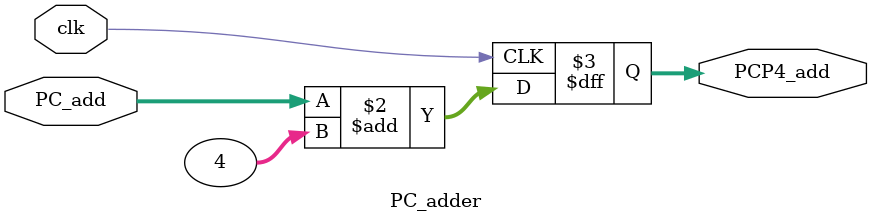
<source format=v>
module PC_adder(clk,PC_add,PCP4_add);

input clk;
input [31:0]PC_add;

output [31:0]PCP4_add;

always @(posedge clk)begin
   PCP4_add = PC_add + 32'h00000004;
end
endmodule
</source>
